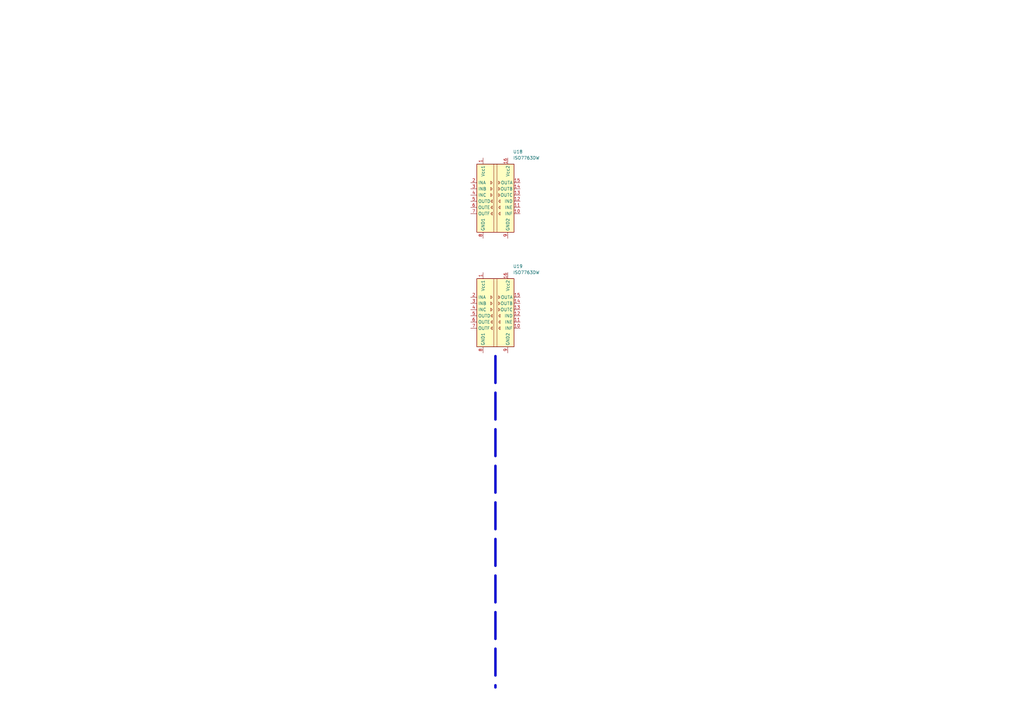
<source format=kicad_sch>
(kicad_sch (version 20250114) (generator "eeschema") (generator_version "9.0")
  (paper "A3")
  (lib_symbols
    (symbol "Isolator:ISO7763DW"
      (property "Reference" "U" (at 8.255 14.605 0))
      (property "Value" "ISO7763DW" (at 8.255 12.065 0))
      (symbol "ISO7763DW_0_1"
        (rectangle (start -7.62 15.24) (end 7.62 -12.7) (stroke (width 0.254)) (fill (type background)))
        (polyline (pts (xy -1.905 8.255) (xy -1.27 7.62) (xy -1.905 6.985) (xy -1.905 8.255)))
        (polyline (pts (xy -0.635 15.24) (xy -0.635 -12.7)))
        (polyline (pts (xy 0.635 15.24) (xy 0.635 -12.7)))
        (polyline (pts (xy 1.27 8.255) (xy 1.905 7.62) (xy 1.27 6.985) (xy 1.27 8.255)))
      )
      (symbol "ISO7763DW_1_1"
        (polyline (pts (xy -1.905 5.715) (xy -1.27 5.08) (xy -1.905 4.445) (xy -1.905 5.715)))
        (polyline (pts (xy -1.905 3.175) (xy -1.27 2.54) (xy -1.905 1.905) (xy -1.905 3.175)))
        (polyline (pts (xy -1.27 0.635) (xy -1.905 0) (xy -1.27 -0.635) (xy -1.27 0.635)))
        (polyline (pts (xy -1.27 -1.905) (xy -1.905 -2.54) (xy -1.27 -3.175) (xy -1.27 -1.905)))
        (polyline (pts (xy -1.27 -4.445) (xy -1.905 -5.08) (xy -1.27 -5.715) (xy -1.27 -4.445)))
        (polyline (pts (xy 1.27 5.715) (xy 1.905 5.08) (xy 1.27 4.445) (xy 1.27 5.715)))
        (polyline (pts (xy 1.27 3.175) (xy 1.905 2.54) (xy 1.27 1.905) (xy 1.27 3.175)))
        (polyline (pts (xy 1.905 0.635) (xy 1.27 0) (xy 1.905 -0.635) (xy 1.905 0.635)))
        (polyline (pts (xy 1.905 -1.905) (xy 1.27 -2.54) (xy 1.905 -3.175) (xy 1.905 -1.905)))
        (polyline (pts (xy 1.905 -4.445) (xy 1.27 -5.08) (xy 1.905 -5.715) (xy 1.905 -4.445)))
        (pin input line (at -10.16 7.62 0) (length 2.54) (name "INA") (number "2"))
        (pin input line (at -10.16 5.08 0) (length 2.54) (name "INB") (number "3"))
        (pin input line (at -10.16 2.54 0) (length 2.54) (name "INC") (number "4"))
        (pin output line (at -10.16 0 0) (length 2.54) (name "OUTD") (number "5"))
        (pin output line (at -10.16 -2.54 0) (length 2.54) (name "OUTE") (number "6"))
        (pin output line (at -10.16 -5.08 0) (length 2.54) (name "OUTF") (number "7"))
        (pin power_in line (at -5.08 17.78 270) (length 2.54) (name "Vcc1") (number "1"))
        (pin power_in line (at -5.08 -15.24 90) (length 2.54) (name "GND1") (number "8"))
        (pin power_in line (at 5.08 17.78 270) (length 2.54) (name "Vcc2") (number "16"))
        (pin power_in line (at 5.08 -15.24 90) (length 2.54) (name "GND2") (number "9"))
        (pin output line (at 10.16 7.62 180) (length 2.54) (name "OUTA") (number "15"))
        (pin output line (at 10.16 5.08 180) (length 2.54) (name "OUTB") (number "14"))
        (pin output line (at 10.16 2.54 180) (length 2.54) (name "OUTC") (number "13"))
        (pin input line (at 10.16 0 180) (length 2.54) (name "IND") (number "12"))
        (pin input line (at 10.16 -2.54 180) (length 2.54) (name "INE") (number "11"))
        (pin input line (at 10.16 -5.08 180) (length 2.54) (name "INF") (number "10"))
      )
    )
  )
  (polyline (pts (xy 203.2 146.05) (xy 203.2 281.94)) (stroke (width 1) (type dash)))
  (symbol (lib_id "Isolator:ISO7763DW") (at 203.2 129.54 0) (unit 1)
    (property "Reference" "U19" (at 210.4233 109.22 0) (effects (justify left)))
    (property "Value" "ISO7763DW" (at 210.4233 111.76 0) (effects (justify left)))
    (property "Footprint" "Package_SO:SOIC-16W_7.5x10.3mm_P1.27mm" (effects (hide yes)))
    (property "Datasheet" "https://www.ti.com/lit/ds/symlink/iso7763.pdf" (effects (hide yes)))
    (property "Description" "Default high, High-speed, robust EMC, reinforced, six-channel, digital, isolator, SOIC-16" (effects (hide yes)))
  )
  (symbol (lib_id "Isolator:ISO7763DW") (at 203.2 82.55 0) (unit 1)
    (property "Reference" "U18" (at 210.4233 62.23 0) (effects (justify left)))
    (property "Value" "ISO7763DW" (at 210.4233 64.77 0) (effects (justify left)))
    (property "Footprint" "Package_SO:SOIC-16W_7.5x10.3mm_P1.27mm" (effects (hide yes)))
    (property "Datasheet" "https://www.ti.com/lit/ds/symlink/iso7763.pdf" (effects (hide yes)))
    (property "Description" "Default high, High-speed, robust EMC, reinforced, six-channel, digital, isolator, SOIC-16" (effects (hide yes)))
  )
)
</source>
